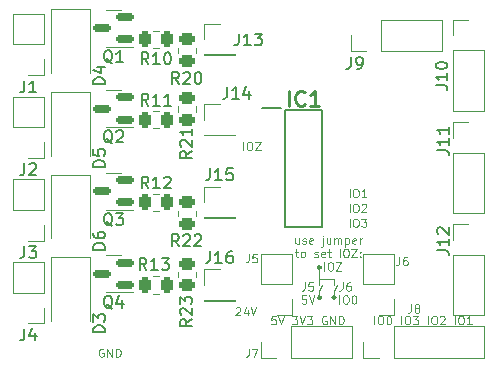
<source format=gto>
G04 #@! TF.GenerationSoftware,KiCad,Pcbnew,(6.0.2)*
G04 #@! TF.CreationDate,2022-07-27T14:51:58+02:00*
G04 #@! TF.ProjectId,Multiplex_MOSFET,4d756c74-6970-46c6-9578-5f4d4f534645,rev?*
G04 #@! TF.SameCoordinates,Original*
G04 #@! TF.FileFunction,Legend,Top*
G04 #@! TF.FilePolarity,Positive*
%FSLAX46Y46*%
G04 Gerber Fmt 4.6, Leading zero omitted, Abs format (unit mm)*
G04 Created by KiCad (PCBNEW (6.0.2)) date 2022-07-27 14:51:58*
%MOMM*%
%LPD*%
G01*
G04 APERTURE LIST*
G04 Aperture macros list*
%AMRoundRect*
0 Rectangle with rounded corners*
0 $1 Rounding radius*
0 $2 $3 $4 $5 $6 $7 $8 $9 X,Y pos of 4 corners*
0 Add a 4 corners polygon primitive as box body*
4,1,4,$2,$3,$4,$5,$6,$7,$8,$9,$2,$3,0*
0 Add four circle primitives for the rounded corners*
1,1,$1+$1,$2,$3*
1,1,$1+$1,$4,$5*
1,1,$1+$1,$6,$7*
1,1,$1+$1,$8,$9*
0 Add four rect primitives between the rounded corners*
20,1,$1+$1,$2,$3,$4,$5,0*
20,1,$1+$1,$4,$5,$6,$7,0*
20,1,$1+$1,$6,$7,$8,$9,0*
20,1,$1+$1,$8,$9,$2,$3,0*%
G04 Aperture macros list end*
%ADD10C,0.100000*%
%ADD11C,0.230278*%
%ADD12C,0.150000*%
%ADD13C,0.254000*%
%ADD14C,0.120000*%
%ADD15C,0.200000*%
%ADD16RoundRect,0.250000X-0.450000X0.262500X-0.450000X-0.262500X0.450000X-0.262500X0.450000X0.262500X0*%
%ADD17RoundRect,0.250000X0.450000X-0.262500X0.450000X0.262500X-0.450000X0.262500X-0.450000X-0.262500X0*%
%ADD18RoundRect,0.250000X0.262500X0.450000X-0.262500X0.450000X-0.262500X-0.450000X0.262500X-0.450000X0*%
%ADD19RoundRect,0.250000X-0.262500X-0.450000X0.262500X-0.450000X0.262500X0.450000X-0.262500X0.450000X0*%
%ADD20RoundRect,0.150000X0.587500X0.150000X-0.587500X0.150000X-0.587500X-0.150000X0.587500X-0.150000X0*%
%ADD21C,3.800000*%
%ADD22R,1.700000X1.700000*%
%ADD23O,1.700000X1.700000*%
%ADD24R,1.550000X0.700000*%
%ADD25R,1.800000X2.500000*%
G04 APERTURE END LIST*
D10*
X73466666Y-114016666D02*
X73466666Y-114516666D01*
X73433333Y-114616666D01*
X73366666Y-114683333D01*
X73266666Y-114716666D01*
X73200000Y-114716666D01*
X74100000Y-114016666D02*
X73966666Y-114016666D01*
X73900000Y-114050000D01*
X73866666Y-114083333D01*
X73800000Y-114183333D01*
X73766666Y-114316666D01*
X73766666Y-114583333D01*
X73800000Y-114650000D01*
X73833333Y-114683333D01*
X73900000Y-114716666D01*
X74033333Y-114716666D01*
X74100000Y-114683333D01*
X74133333Y-114650000D01*
X74166666Y-114583333D01*
X74166666Y-114416666D01*
X74133333Y-114350000D01*
X74100000Y-114316666D01*
X74033333Y-114283333D01*
X73900000Y-114283333D01*
X73833333Y-114316666D01*
X73800000Y-114350000D01*
X73766666Y-114416666D01*
X70266666Y-114016666D02*
X70266666Y-114516666D01*
X70233333Y-114616666D01*
X70166666Y-114683333D01*
X70066666Y-114716666D01*
X70000000Y-114716666D01*
X70933333Y-114016666D02*
X70600000Y-114016666D01*
X70566666Y-114350000D01*
X70600000Y-114316666D01*
X70666666Y-114283333D01*
X70833333Y-114283333D01*
X70900000Y-114316666D01*
X70933333Y-114350000D01*
X70966666Y-114416666D01*
X70966666Y-114583333D01*
X70933333Y-114650000D01*
X70900000Y-114683333D01*
X70833333Y-114716666D01*
X70666666Y-114716666D01*
X70600000Y-114683333D01*
X70566666Y-114650000D01*
X71900000Y-113016666D02*
X71900000Y-112316666D01*
X72366666Y-112316666D02*
X72500000Y-112316666D01*
X72566666Y-112350000D01*
X72633333Y-112416666D01*
X72666666Y-112550000D01*
X72666666Y-112783333D01*
X72633333Y-112916666D01*
X72566666Y-112983333D01*
X72500000Y-113016666D01*
X72366666Y-113016666D01*
X72300000Y-112983333D01*
X72233333Y-112916666D01*
X72200000Y-112783333D01*
X72200000Y-112550000D01*
X72233333Y-112416666D01*
X72300000Y-112350000D01*
X72366666Y-112316666D01*
X72900000Y-112316666D02*
X73366666Y-112316666D01*
X72900000Y-113016666D01*
X73366666Y-113016666D01*
X70366666Y-115116666D02*
X70033333Y-115116666D01*
X70000000Y-115450000D01*
X70033333Y-115416666D01*
X70100000Y-115383333D01*
X70266666Y-115383333D01*
X70333333Y-115416666D01*
X70366666Y-115450000D01*
X70400000Y-115516666D01*
X70400000Y-115683333D01*
X70366666Y-115750000D01*
X70333333Y-115783333D01*
X70266666Y-115816666D01*
X70100000Y-115816666D01*
X70033333Y-115783333D01*
X70000000Y-115750000D01*
X70600000Y-115116666D02*
X70833333Y-115816666D01*
X71066666Y-115116666D01*
X73200000Y-115816666D02*
X73200000Y-115116666D01*
X73666666Y-115116666D02*
X73800000Y-115116666D01*
X73866666Y-115150000D01*
X73933333Y-115216666D01*
X73966666Y-115350000D01*
X73966666Y-115583333D01*
X73933333Y-115716666D01*
X73866666Y-115783333D01*
X73800000Y-115816666D01*
X73666666Y-115816666D01*
X73600000Y-115783333D01*
X73533333Y-115716666D01*
X73500000Y-115583333D01*
X73500000Y-115350000D01*
X73533333Y-115216666D01*
X73600000Y-115150000D01*
X73666666Y-115116666D01*
X74400000Y-115116666D02*
X74466666Y-115116666D01*
X74533333Y-115150000D01*
X74566666Y-115183333D01*
X74600000Y-115250000D01*
X74633333Y-115383333D01*
X74633333Y-115550000D01*
X74600000Y-115683333D01*
X74566666Y-115750000D01*
X74533333Y-115783333D01*
X74466666Y-115816666D01*
X74400000Y-115816666D01*
X74333333Y-115783333D01*
X74300000Y-115750000D01*
X74266666Y-115683333D01*
X74233333Y-115550000D01*
X74233333Y-115383333D01*
X74266666Y-115250000D01*
X74300000Y-115183333D01*
X74333333Y-115150000D01*
X74400000Y-115116666D01*
D11*
X71615139Y-112750000D02*
G75*
G03*
X71615139Y-112750000I-115139J0D01*
G01*
X71615139Y-115300000D02*
G75*
G03*
X71615139Y-115300000I-115139J0D01*
G01*
X72865139Y-115300000D02*
G75*
G03*
X72865139Y-115300000I-115139J0D01*
G01*
D10*
X71500000Y-115300000D02*
X71500000Y-114750000D01*
X71500000Y-114750000D02*
X71750000Y-114250000D01*
X72750000Y-114750000D02*
X73000000Y-114250000D01*
X71500000Y-113750000D02*
X71500000Y-112750000D01*
X71500000Y-113750000D02*
X71500000Y-114250000D01*
X72750000Y-113750000D02*
X71500000Y-113750000D01*
X72750000Y-114250000D02*
X72750000Y-113750000D01*
X72750000Y-115300000D02*
X72750000Y-114750000D01*
X65050000Y-102816666D02*
X65050000Y-102116666D01*
X65516666Y-102116666D02*
X65650000Y-102116666D01*
X65716666Y-102150000D01*
X65783333Y-102216666D01*
X65816666Y-102350000D01*
X65816666Y-102583333D01*
X65783333Y-102716666D01*
X65716666Y-102783333D01*
X65650000Y-102816666D01*
X65516666Y-102816666D01*
X65450000Y-102783333D01*
X65383333Y-102716666D01*
X65350000Y-102583333D01*
X65350000Y-102350000D01*
X65383333Y-102216666D01*
X65450000Y-102150000D01*
X65516666Y-102116666D01*
X66050000Y-102116666D02*
X66516666Y-102116666D01*
X66050000Y-102816666D01*
X66516666Y-102816666D01*
X69766666Y-110286500D02*
X69766666Y-110753166D01*
X69466666Y-110286500D02*
X69466666Y-110653166D01*
X69500000Y-110719833D01*
X69566666Y-110753166D01*
X69666666Y-110753166D01*
X69733333Y-110719833D01*
X69766666Y-110686500D01*
X70066666Y-110719833D02*
X70133333Y-110753166D01*
X70266666Y-110753166D01*
X70333333Y-110719833D01*
X70366666Y-110653166D01*
X70366666Y-110619833D01*
X70333333Y-110553166D01*
X70266666Y-110519833D01*
X70166666Y-110519833D01*
X70100000Y-110486500D01*
X70066666Y-110419833D01*
X70066666Y-110386500D01*
X70100000Y-110319833D01*
X70166666Y-110286500D01*
X70266666Y-110286500D01*
X70333333Y-110319833D01*
X70933333Y-110719833D02*
X70866666Y-110753166D01*
X70733333Y-110753166D01*
X70666666Y-110719833D01*
X70633333Y-110653166D01*
X70633333Y-110386500D01*
X70666666Y-110319833D01*
X70733333Y-110286500D01*
X70866666Y-110286500D01*
X70933333Y-110319833D01*
X70966666Y-110386500D01*
X70966666Y-110453166D01*
X70633333Y-110519833D01*
X71800000Y-110286500D02*
X71800000Y-110886500D01*
X71766666Y-110953166D01*
X71700000Y-110986500D01*
X71666666Y-110986500D01*
X71800000Y-110053166D02*
X71766666Y-110086500D01*
X71800000Y-110119833D01*
X71833333Y-110086500D01*
X71800000Y-110053166D01*
X71800000Y-110119833D01*
X72433333Y-110286500D02*
X72433333Y-110753166D01*
X72133333Y-110286500D02*
X72133333Y-110653166D01*
X72166666Y-110719833D01*
X72233333Y-110753166D01*
X72333333Y-110753166D01*
X72400000Y-110719833D01*
X72433333Y-110686500D01*
X72766666Y-110753166D02*
X72766666Y-110286500D01*
X72766666Y-110353166D02*
X72800000Y-110319833D01*
X72866666Y-110286500D01*
X72966666Y-110286500D01*
X73033333Y-110319833D01*
X73066666Y-110386500D01*
X73066666Y-110753166D01*
X73066666Y-110386500D02*
X73100000Y-110319833D01*
X73166666Y-110286500D01*
X73266666Y-110286500D01*
X73333333Y-110319833D01*
X73366666Y-110386500D01*
X73366666Y-110753166D01*
X73700000Y-110286500D02*
X73700000Y-110986500D01*
X73700000Y-110319833D02*
X73766666Y-110286500D01*
X73900000Y-110286500D01*
X73966666Y-110319833D01*
X74000000Y-110353166D01*
X74033333Y-110419833D01*
X74033333Y-110619833D01*
X74000000Y-110686500D01*
X73966666Y-110719833D01*
X73900000Y-110753166D01*
X73766666Y-110753166D01*
X73700000Y-110719833D01*
X74600000Y-110719833D02*
X74533333Y-110753166D01*
X74400000Y-110753166D01*
X74333333Y-110719833D01*
X74300000Y-110653166D01*
X74300000Y-110386500D01*
X74333333Y-110319833D01*
X74400000Y-110286500D01*
X74533333Y-110286500D01*
X74600000Y-110319833D01*
X74633333Y-110386500D01*
X74633333Y-110453166D01*
X74300000Y-110519833D01*
X74933333Y-110753166D02*
X74933333Y-110286500D01*
X74933333Y-110419833D02*
X74966666Y-110353166D01*
X75000000Y-110319833D01*
X75066666Y-110286500D01*
X75133333Y-110286500D01*
X69450000Y-111413500D02*
X69716666Y-111413500D01*
X69550000Y-111180166D02*
X69550000Y-111780166D01*
X69583333Y-111846833D01*
X69650000Y-111880166D01*
X69716666Y-111880166D01*
X70050000Y-111880166D02*
X69983333Y-111846833D01*
X69950000Y-111813500D01*
X69916666Y-111746833D01*
X69916666Y-111546833D01*
X69950000Y-111480166D01*
X69983333Y-111446833D01*
X70050000Y-111413500D01*
X70150000Y-111413500D01*
X70216666Y-111446833D01*
X70250000Y-111480166D01*
X70283333Y-111546833D01*
X70283333Y-111746833D01*
X70250000Y-111813500D01*
X70216666Y-111846833D01*
X70150000Y-111880166D01*
X70050000Y-111880166D01*
X71083333Y-111846833D02*
X71150000Y-111880166D01*
X71283333Y-111880166D01*
X71350000Y-111846833D01*
X71383333Y-111780166D01*
X71383333Y-111746833D01*
X71350000Y-111680166D01*
X71283333Y-111646833D01*
X71183333Y-111646833D01*
X71116666Y-111613500D01*
X71083333Y-111546833D01*
X71083333Y-111513500D01*
X71116666Y-111446833D01*
X71183333Y-111413500D01*
X71283333Y-111413500D01*
X71350000Y-111446833D01*
X71950000Y-111846833D02*
X71883333Y-111880166D01*
X71750000Y-111880166D01*
X71683333Y-111846833D01*
X71650000Y-111780166D01*
X71650000Y-111513500D01*
X71683333Y-111446833D01*
X71750000Y-111413500D01*
X71883333Y-111413500D01*
X71950000Y-111446833D01*
X71983333Y-111513500D01*
X71983333Y-111580166D01*
X71650000Y-111646833D01*
X72183333Y-111413500D02*
X72450000Y-111413500D01*
X72283333Y-111180166D02*
X72283333Y-111780166D01*
X72316666Y-111846833D01*
X72383333Y-111880166D01*
X72450000Y-111880166D01*
X73216666Y-111880166D02*
X73216666Y-111180166D01*
X73683333Y-111180166D02*
X73816666Y-111180166D01*
X73883333Y-111213500D01*
X73950000Y-111280166D01*
X73983333Y-111413500D01*
X73983333Y-111646833D01*
X73950000Y-111780166D01*
X73883333Y-111846833D01*
X73816666Y-111880166D01*
X73683333Y-111880166D01*
X73616666Y-111846833D01*
X73550000Y-111780166D01*
X73516666Y-111646833D01*
X73516666Y-111413500D01*
X73550000Y-111280166D01*
X73616666Y-111213500D01*
X73683333Y-111180166D01*
X74216666Y-111180166D02*
X74683333Y-111180166D01*
X74216666Y-111880166D01*
X74683333Y-111880166D01*
X74950000Y-111813500D02*
X74983333Y-111846833D01*
X74950000Y-111880166D01*
X74916666Y-111846833D01*
X74950000Y-111813500D01*
X74950000Y-111880166D01*
X74950000Y-111446833D02*
X74983333Y-111480166D01*
X74950000Y-111513500D01*
X74916666Y-111480166D01*
X74950000Y-111446833D01*
X74950000Y-111513500D01*
X74050000Y-106816666D02*
X74050000Y-106116666D01*
X74516666Y-106116666D02*
X74650000Y-106116666D01*
X74716666Y-106150000D01*
X74783333Y-106216666D01*
X74816666Y-106350000D01*
X74816666Y-106583333D01*
X74783333Y-106716666D01*
X74716666Y-106783333D01*
X74650000Y-106816666D01*
X74516666Y-106816666D01*
X74450000Y-106783333D01*
X74383333Y-106716666D01*
X74350000Y-106583333D01*
X74350000Y-106350000D01*
X74383333Y-106216666D01*
X74450000Y-106150000D01*
X74516666Y-106116666D01*
X75483333Y-106816666D02*
X75083333Y-106816666D01*
X75283333Y-106816666D02*
X75283333Y-106116666D01*
X75216666Y-106216666D01*
X75150000Y-106283333D01*
X75083333Y-106316666D01*
X74050000Y-108066666D02*
X74050000Y-107366666D01*
X74516666Y-107366666D02*
X74650000Y-107366666D01*
X74716666Y-107400000D01*
X74783333Y-107466666D01*
X74816666Y-107600000D01*
X74816666Y-107833333D01*
X74783333Y-107966666D01*
X74716666Y-108033333D01*
X74650000Y-108066666D01*
X74516666Y-108066666D01*
X74450000Y-108033333D01*
X74383333Y-107966666D01*
X74350000Y-107833333D01*
X74350000Y-107600000D01*
X74383333Y-107466666D01*
X74450000Y-107400000D01*
X74516666Y-107366666D01*
X75083333Y-107433333D02*
X75116666Y-107400000D01*
X75183333Y-107366666D01*
X75350000Y-107366666D01*
X75416666Y-107400000D01*
X75450000Y-107433333D01*
X75483333Y-107500000D01*
X75483333Y-107566666D01*
X75450000Y-107666666D01*
X75050000Y-108066666D01*
X75483333Y-108066666D01*
X74050000Y-109316666D02*
X74050000Y-108616666D01*
X74516666Y-108616666D02*
X74650000Y-108616666D01*
X74716666Y-108650000D01*
X74783333Y-108716666D01*
X74816666Y-108850000D01*
X74816666Y-109083333D01*
X74783333Y-109216666D01*
X74716666Y-109283333D01*
X74650000Y-109316666D01*
X74516666Y-109316666D01*
X74450000Y-109283333D01*
X74383333Y-109216666D01*
X74350000Y-109083333D01*
X74350000Y-108850000D01*
X74383333Y-108716666D01*
X74450000Y-108650000D01*
X74516666Y-108616666D01*
X75050000Y-108616666D02*
X75483333Y-108616666D01*
X75250000Y-108883333D01*
X75350000Y-108883333D01*
X75416666Y-108916666D01*
X75450000Y-108950000D01*
X75483333Y-109016666D01*
X75483333Y-109183333D01*
X75450000Y-109250000D01*
X75416666Y-109283333D01*
X75350000Y-109316666D01*
X75150000Y-109316666D01*
X75083333Y-109283333D01*
X75050000Y-109250000D01*
X76150000Y-117566666D02*
X76150000Y-116866666D01*
X76616666Y-116866666D02*
X76750000Y-116866666D01*
X76816666Y-116900000D01*
X76883333Y-116966666D01*
X76916666Y-117100000D01*
X76916666Y-117333333D01*
X76883333Y-117466666D01*
X76816666Y-117533333D01*
X76750000Y-117566666D01*
X76616666Y-117566666D01*
X76550000Y-117533333D01*
X76483333Y-117466666D01*
X76450000Y-117333333D01*
X76450000Y-117100000D01*
X76483333Y-116966666D01*
X76550000Y-116900000D01*
X76616666Y-116866666D01*
X77350000Y-116866666D02*
X77416666Y-116866666D01*
X77483333Y-116900000D01*
X77516666Y-116933333D01*
X77550000Y-117000000D01*
X77583333Y-117133333D01*
X77583333Y-117300000D01*
X77550000Y-117433333D01*
X77516666Y-117500000D01*
X77483333Y-117533333D01*
X77416666Y-117566666D01*
X77350000Y-117566666D01*
X77283333Y-117533333D01*
X77250000Y-117500000D01*
X77216666Y-117433333D01*
X77183333Y-117300000D01*
X77183333Y-117133333D01*
X77216666Y-117000000D01*
X77250000Y-116933333D01*
X77283333Y-116900000D01*
X77350000Y-116866666D01*
X78416666Y-117566666D02*
X78416666Y-116866666D01*
X78883333Y-116866666D02*
X79016666Y-116866666D01*
X79083333Y-116900000D01*
X79150000Y-116966666D01*
X79183333Y-117100000D01*
X79183333Y-117333333D01*
X79150000Y-117466666D01*
X79083333Y-117533333D01*
X79016666Y-117566666D01*
X78883333Y-117566666D01*
X78816666Y-117533333D01*
X78750000Y-117466666D01*
X78716666Y-117333333D01*
X78716666Y-117100000D01*
X78750000Y-116966666D01*
X78816666Y-116900000D01*
X78883333Y-116866666D01*
X79416666Y-116866666D02*
X79850000Y-116866666D01*
X79616666Y-117133333D01*
X79716666Y-117133333D01*
X79783333Y-117166666D01*
X79816666Y-117200000D01*
X79850000Y-117266666D01*
X79850000Y-117433333D01*
X79816666Y-117500000D01*
X79783333Y-117533333D01*
X79716666Y-117566666D01*
X79516666Y-117566666D01*
X79450000Y-117533333D01*
X79416666Y-117500000D01*
X80683333Y-117566666D02*
X80683333Y-116866666D01*
X81150000Y-116866666D02*
X81283333Y-116866666D01*
X81350000Y-116900000D01*
X81416666Y-116966666D01*
X81450000Y-117100000D01*
X81450000Y-117333333D01*
X81416666Y-117466666D01*
X81350000Y-117533333D01*
X81283333Y-117566666D01*
X81150000Y-117566666D01*
X81083333Y-117533333D01*
X81016666Y-117466666D01*
X80983333Y-117333333D01*
X80983333Y-117100000D01*
X81016666Y-116966666D01*
X81083333Y-116900000D01*
X81150000Y-116866666D01*
X81716666Y-116933333D02*
X81750000Y-116900000D01*
X81816666Y-116866666D01*
X81983333Y-116866666D01*
X82050000Y-116900000D01*
X82083333Y-116933333D01*
X82116666Y-117000000D01*
X82116666Y-117066666D01*
X82083333Y-117166666D01*
X81683333Y-117566666D01*
X82116666Y-117566666D01*
X82950000Y-117566666D02*
X82950000Y-116866666D01*
X83416666Y-116866666D02*
X83550000Y-116866666D01*
X83616666Y-116900000D01*
X83683333Y-116966666D01*
X83716666Y-117100000D01*
X83716666Y-117333333D01*
X83683333Y-117466666D01*
X83616666Y-117533333D01*
X83550000Y-117566666D01*
X83416666Y-117566666D01*
X83350000Y-117533333D01*
X83283333Y-117466666D01*
X83250000Y-117333333D01*
X83250000Y-117100000D01*
X83283333Y-116966666D01*
X83350000Y-116900000D01*
X83416666Y-116866666D01*
X84383333Y-117566666D02*
X83983333Y-117566666D01*
X84183333Y-117566666D02*
X84183333Y-116866666D01*
X84116666Y-116966666D01*
X84050000Y-117033333D01*
X83983333Y-117066666D01*
X67800000Y-116866666D02*
X67466666Y-116866666D01*
X67433333Y-117200000D01*
X67466666Y-117166666D01*
X67533333Y-117133333D01*
X67700000Y-117133333D01*
X67766666Y-117166666D01*
X67800000Y-117200000D01*
X67833333Y-117266666D01*
X67833333Y-117433333D01*
X67800000Y-117500000D01*
X67766666Y-117533333D01*
X67700000Y-117566666D01*
X67533333Y-117566666D01*
X67466666Y-117533333D01*
X67433333Y-117500000D01*
X68033333Y-116866666D02*
X68266666Y-117566666D01*
X68500000Y-116866666D01*
X69200000Y-116866666D02*
X69633333Y-116866666D01*
X69400000Y-117133333D01*
X69500000Y-117133333D01*
X69566666Y-117166666D01*
X69600000Y-117200000D01*
X69633333Y-117266666D01*
X69633333Y-117433333D01*
X69600000Y-117500000D01*
X69566666Y-117533333D01*
X69500000Y-117566666D01*
X69300000Y-117566666D01*
X69233333Y-117533333D01*
X69200000Y-117500000D01*
X69833333Y-116866666D02*
X70066666Y-117566666D01*
X70300000Y-116866666D01*
X70466666Y-116866666D02*
X70900000Y-116866666D01*
X70666666Y-117133333D01*
X70766666Y-117133333D01*
X70833333Y-117166666D01*
X70866666Y-117200000D01*
X70900000Y-117266666D01*
X70900000Y-117433333D01*
X70866666Y-117500000D01*
X70833333Y-117533333D01*
X70766666Y-117566666D01*
X70566666Y-117566666D01*
X70500000Y-117533333D01*
X70466666Y-117500000D01*
X72100000Y-116900000D02*
X72033333Y-116866666D01*
X71933333Y-116866666D01*
X71833333Y-116900000D01*
X71766666Y-116966666D01*
X71733333Y-117033333D01*
X71700000Y-117166666D01*
X71700000Y-117266666D01*
X71733333Y-117400000D01*
X71766666Y-117466666D01*
X71833333Y-117533333D01*
X71933333Y-117566666D01*
X72000000Y-117566666D01*
X72100000Y-117533333D01*
X72133333Y-117500000D01*
X72133333Y-117266666D01*
X72000000Y-117266666D01*
X72433333Y-117566666D02*
X72433333Y-116866666D01*
X72833333Y-117566666D01*
X72833333Y-116866666D01*
X73166666Y-117566666D02*
X73166666Y-116866666D01*
X73333333Y-116866666D01*
X73433333Y-116900000D01*
X73500000Y-116966666D01*
X73533333Y-117033333D01*
X73566666Y-117166666D01*
X73566666Y-117266666D01*
X73533333Y-117400000D01*
X73500000Y-117466666D01*
X73433333Y-117533333D01*
X73333333Y-117566666D01*
X73166666Y-117566666D01*
X64416666Y-116183333D02*
X64450000Y-116150000D01*
X64516666Y-116116666D01*
X64683333Y-116116666D01*
X64750000Y-116150000D01*
X64783333Y-116183333D01*
X64816666Y-116250000D01*
X64816666Y-116316666D01*
X64783333Y-116416666D01*
X64383333Y-116816666D01*
X64816666Y-116816666D01*
X65416666Y-116350000D02*
X65416666Y-116816666D01*
X65250000Y-116083333D02*
X65083333Y-116583333D01*
X65516666Y-116583333D01*
X65683333Y-116116666D02*
X65916666Y-116816666D01*
X66150000Y-116116666D01*
X53216666Y-119650000D02*
X53150000Y-119616666D01*
X53050000Y-119616666D01*
X52950000Y-119650000D01*
X52883333Y-119716666D01*
X52850000Y-119783333D01*
X52816666Y-119916666D01*
X52816666Y-120016666D01*
X52850000Y-120150000D01*
X52883333Y-120216666D01*
X52950000Y-120283333D01*
X53050000Y-120316666D01*
X53116666Y-120316666D01*
X53216666Y-120283333D01*
X53250000Y-120250000D01*
X53250000Y-120016666D01*
X53116666Y-120016666D01*
X53550000Y-120316666D02*
X53550000Y-119616666D01*
X53950000Y-120316666D01*
X53950000Y-119616666D01*
X54283333Y-120316666D02*
X54283333Y-119616666D01*
X54450000Y-119616666D01*
X54550000Y-119650000D01*
X54616666Y-119716666D01*
X54650000Y-119783333D01*
X54683333Y-119916666D01*
X54683333Y-120016666D01*
X54650000Y-120150000D01*
X54616666Y-120216666D01*
X54550000Y-120283333D01*
X54450000Y-120316666D01*
X54283333Y-120316666D01*
D12*
X60702380Y-117142857D02*
X60226190Y-117476190D01*
X60702380Y-117714285D02*
X59702380Y-117714285D01*
X59702380Y-117333333D01*
X59750000Y-117238095D01*
X59797619Y-117190476D01*
X59892857Y-117142857D01*
X60035714Y-117142857D01*
X60130952Y-117190476D01*
X60178571Y-117238095D01*
X60226190Y-117333333D01*
X60226190Y-117714285D01*
X59797619Y-116761904D02*
X59750000Y-116714285D01*
X59702380Y-116619047D01*
X59702380Y-116380952D01*
X59750000Y-116285714D01*
X59797619Y-116238095D01*
X59892857Y-116190476D01*
X59988095Y-116190476D01*
X60130952Y-116238095D01*
X60702380Y-116809523D01*
X60702380Y-116190476D01*
X59702380Y-115857142D02*
X59702380Y-115238095D01*
X60083333Y-115571428D01*
X60083333Y-115428571D01*
X60130952Y-115333333D01*
X60178571Y-115285714D01*
X60273809Y-115238095D01*
X60511904Y-115238095D01*
X60607142Y-115285714D01*
X60654761Y-115333333D01*
X60702380Y-115428571D01*
X60702380Y-115714285D01*
X60654761Y-115809523D01*
X60607142Y-115857142D01*
X59607142Y-110952380D02*
X59273809Y-110476190D01*
X59035714Y-110952380D02*
X59035714Y-109952380D01*
X59416666Y-109952380D01*
X59511904Y-110000000D01*
X59559523Y-110047619D01*
X59607142Y-110142857D01*
X59607142Y-110285714D01*
X59559523Y-110380952D01*
X59511904Y-110428571D01*
X59416666Y-110476190D01*
X59035714Y-110476190D01*
X59988095Y-110047619D02*
X60035714Y-110000000D01*
X60130952Y-109952380D01*
X60369047Y-109952380D01*
X60464285Y-110000000D01*
X60511904Y-110047619D01*
X60559523Y-110142857D01*
X60559523Y-110238095D01*
X60511904Y-110380952D01*
X59940476Y-110952380D01*
X60559523Y-110952380D01*
X60940476Y-110047619D02*
X60988095Y-110000000D01*
X61083333Y-109952380D01*
X61321428Y-109952380D01*
X61416666Y-110000000D01*
X61464285Y-110047619D01*
X61511904Y-110142857D01*
X61511904Y-110238095D01*
X61464285Y-110380952D01*
X60892857Y-110952380D01*
X61511904Y-110952380D01*
X60702380Y-102892857D02*
X60226190Y-103226190D01*
X60702380Y-103464285D02*
X59702380Y-103464285D01*
X59702380Y-103083333D01*
X59750000Y-102988095D01*
X59797619Y-102940476D01*
X59892857Y-102892857D01*
X60035714Y-102892857D01*
X60130952Y-102940476D01*
X60178571Y-102988095D01*
X60226190Y-103083333D01*
X60226190Y-103464285D01*
X59797619Y-102511904D02*
X59750000Y-102464285D01*
X59702380Y-102369047D01*
X59702380Y-102130952D01*
X59750000Y-102035714D01*
X59797619Y-101988095D01*
X59892857Y-101940476D01*
X59988095Y-101940476D01*
X60130952Y-101988095D01*
X60702380Y-102559523D01*
X60702380Y-101940476D01*
X60702380Y-100988095D02*
X60702380Y-101559523D01*
X60702380Y-101273809D02*
X59702380Y-101273809D01*
X59845238Y-101369047D01*
X59940476Y-101464285D01*
X59988095Y-101559523D01*
X59607142Y-97202380D02*
X59273809Y-96726190D01*
X59035714Y-97202380D02*
X59035714Y-96202380D01*
X59416666Y-96202380D01*
X59511904Y-96250000D01*
X59559523Y-96297619D01*
X59607142Y-96392857D01*
X59607142Y-96535714D01*
X59559523Y-96630952D01*
X59511904Y-96678571D01*
X59416666Y-96726190D01*
X59035714Y-96726190D01*
X59988095Y-96297619D02*
X60035714Y-96250000D01*
X60130952Y-96202380D01*
X60369047Y-96202380D01*
X60464285Y-96250000D01*
X60511904Y-96297619D01*
X60559523Y-96392857D01*
X60559523Y-96488095D01*
X60511904Y-96630952D01*
X59940476Y-97202380D01*
X60559523Y-97202380D01*
X61178571Y-96202380D02*
X61273809Y-96202380D01*
X61369047Y-96250000D01*
X61416666Y-96297619D01*
X61464285Y-96392857D01*
X61511904Y-96583333D01*
X61511904Y-96821428D01*
X61464285Y-97011904D01*
X61416666Y-97107142D01*
X61369047Y-97154761D01*
X61273809Y-97202380D01*
X61178571Y-97202380D01*
X61083333Y-97154761D01*
X61035714Y-97107142D01*
X60988095Y-97011904D01*
X60940476Y-96821428D01*
X60940476Y-96583333D01*
X60988095Y-96392857D01*
X61035714Y-96297619D01*
X61083333Y-96250000D01*
X61178571Y-96202380D01*
X56857142Y-112952380D02*
X56523809Y-112476190D01*
X56285714Y-112952380D02*
X56285714Y-111952380D01*
X56666666Y-111952380D01*
X56761904Y-112000000D01*
X56809523Y-112047619D01*
X56857142Y-112142857D01*
X56857142Y-112285714D01*
X56809523Y-112380952D01*
X56761904Y-112428571D01*
X56666666Y-112476190D01*
X56285714Y-112476190D01*
X57809523Y-112952380D02*
X57238095Y-112952380D01*
X57523809Y-112952380D02*
X57523809Y-111952380D01*
X57428571Y-112095238D01*
X57333333Y-112190476D01*
X57238095Y-112238095D01*
X58142857Y-111952380D02*
X58761904Y-111952380D01*
X58428571Y-112333333D01*
X58571428Y-112333333D01*
X58666666Y-112380952D01*
X58714285Y-112428571D01*
X58761904Y-112523809D01*
X58761904Y-112761904D01*
X58714285Y-112857142D01*
X58666666Y-112904761D01*
X58571428Y-112952380D01*
X58285714Y-112952380D01*
X58190476Y-112904761D01*
X58142857Y-112857142D01*
X57027142Y-106052380D02*
X56693809Y-105576190D01*
X56455714Y-106052380D02*
X56455714Y-105052380D01*
X56836666Y-105052380D01*
X56931904Y-105100000D01*
X56979523Y-105147619D01*
X57027142Y-105242857D01*
X57027142Y-105385714D01*
X56979523Y-105480952D01*
X56931904Y-105528571D01*
X56836666Y-105576190D01*
X56455714Y-105576190D01*
X57979523Y-106052380D02*
X57408095Y-106052380D01*
X57693809Y-106052380D02*
X57693809Y-105052380D01*
X57598571Y-105195238D01*
X57503333Y-105290476D01*
X57408095Y-105338095D01*
X58360476Y-105147619D02*
X58408095Y-105100000D01*
X58503333Y-105052380D01*
X58741428Y-105052380D01*
X58836666Y-105100000D01*
X58884285Y-105147619D01*
X58931904Y-105242857D01*
X58931904Y-105338095D01*
X58884285Y-105480952D01*
X58312857Y-106052380D01*
X58931904Y-106052380D01*
X57027142Y-99052380D02*
X56693809Y-98576190D01*
X56455714Y-99052380D02*
X56455714Y-98052380D01*
X56836666Y-98052380D01*
X56931904Y-98100000D01*
X56979523Y-98147619D01*
X57027142Y-98242857D01*
X57027142Y-98385714D01*
X56979523Y-98480952D01*
X56931904Y-98528571D01*
X56836666Y-98576190D01*
X56455714Y-98576190D01*
X57979523Y-99052380D02*
X57408095Y-99052380D01*
X57693809Y-99052380D02*
X57693809Y-98052380D01*
X57598571Y-98195238D01*
X57503333Y-98290476D01*
X57408095Y-98338095D01*
X58931904Y-99052380D02*
X58360476Y-99052380D01*
X58646190Y-99052380D02*
X58646190Y-98052380D01*
X58550952Y-98195238D01*
X58455714Y-98290476D01*
X58360476Y-98338095D01*
X57027142Y-95552380D02*
X56693809Y-95076190D01*
X56455714Y-95552380D02*
X56455714Y-94552380D01*
X56836666Y-94552380D01*
X56931904Y-94600000D01*
X56979523Y-94647619D01*
X57027142Y-94742857D01*
X57027142Y-94885714D01*
X56979523Y-94980952D01*
X56931904Y-95028571D01*
X56836666Y-95076190D01*
X56455714Y-95076190D01*
X57979523Y-95552380D02*
X57408095Y-95552380D01*
X57693809Y-95552380D02*
X57693809Y-94552380D01*
X57598571Y-94695238D01*
X57503333Y-94790476D01*
X57408095Y-94838095D01*
X58598571Y-94552380D02*
X58693809Y-94552380D01*
X58789047Y-94600000D01*
X58836666Y-94647619D01*
X58884285Y-94742857D01*
X58931904Y-94933333D01*
X58931904Y-95171428D01*
X58884285Y-95361904D01*
X58836666Y-95457142D01*
X58789047Y-95504761D01*
X58693809Y-95552380D01*
X58598571Y-95552380D01*
X58503333Y-95504761D01*
X58455714Y-95457142D01*
X58408095Y-95361904D01*
X58360476Y-95171428D01*
X58360476Y-94933333D01*
X58408095Y-94742857D01*
X58455714Y-94647619D01*
X58503333Y-94600000D01*
X58598571Y-94552380D01*
X53974761Y-116247619D02*
X53879523Y-116200000D01*
X53784285Y-116104761D01*
X53641428Y-115961904D01*
X53546190Y-115914285D01*
X53450952Y-115914285D01*
X53498571Y-116152380D02*
X53403333Y-116104761D01*
X53308095Y-116009523D01*
X53260476Y-115819047D01*
X53260476Y-115485714D01*
X53308095Y-115295238D01*
X53403333Y-115200000D01*
X53498571Y-115152380D01*
X53689047Y-115152380D01*
X53784285Y-115200000D01*
X53879523Y-115295238D01*
X53927142Y-115485714D01*
X53927142Y-115819047D01*
X53879523Y-116009523D01*
X53784285Y-116104761D01*
X53689047Y-116152380D01*
X53498571Y-116152380D01*
X54784285Y-115485714D02*
X54784285Y-116152380D01*
X54546190Y-115104761D02*
X54308095Y-115819047D01*
X54927142Y-115819047D01*
X53974761Y-109247619D02*
X53879523Y-109200000D01*
X53784285Y-109104761D01*
X53641428Y-108961904D01*
X53546190Y-108914285D01*
X53450952Y-108914285D01*
X53498571Y-109152380D02*
X53403333Y-109104761D01*
X53308095Y-109009523D01*
X53260476Y-108819047D01*
X53260476Y-108485714D01*
X53308095Y-108295238D01*
X53403333Y-108200000D01*
X53498571Y-108152380D01*
X53689047Y-108152380D01*
X53784285Y-108200000D01*
X53879523Y-108295238D01*
X53927142Y-108485714D01*
X53927142Y-108819047D01*
X53879523Y-109009523D01*
X53784285Y-109104761D01*
X53689047Y-109152380D01*
X53498571Y-109152380D01*
X54260476Y-108152380D02*
X54879523Y-108152380D01*
X54546190Y-108533333D01*
X54689047Y-108533333D01*
X54784285Y-108580952D01*
X54831904Y-108628571D01*
X54879523Y-108723809D01*
X54879523Y-108961904D01*
X54831904Y-109057142D01*
X54784285Y-109104761D01*
X54689047Y-109152380D01*
X54403333Y-109152380D01*
X54308095Y-109104761D01*
X54260476Y-109057142D01*
X53974761Y-102247619D02*
X53879523Y-102200000D01*
X53784285Y-102104761D01*
X53641428Y-101961904D01*
X53546190Y-101914285D01*
X53450952Y-101914285D01*
X53498571Y-102152380D02*
X53403333Y-102104761D01*
X53308095Y-102009523D01*
X53260476Y-101819047D01*
X53260476Y-101485714D01*
X53308095Y-101295238D01*
X53403333Y-101200000D01*
X53498571Y-101152380D01*
X53689047Y-101152380D01*
X53784285Y-101200000D01*
X53879523Y-101295238D01*
X53927142Y-101485714D01*
X53927142Y-101819047D01*
X53879523Y-102009523D01*
X53784285Y-102104761D01*
X53689047Y-102152380D01*
X53498571Y-102152380D01*
X54308095Y-101247619D02*
X54355714Y-101200000D01*
X54450952Y-101152380D01*
X54689047Y-101152380D01*
X54784285Y-101200000D01*
X54831904Y-101247619D01*
X54879523Y-101342857D01*
X54879523Y-101438095D01*
X54831904Y-101580952D01*
X54260476Y-102152380D01*
X54879523Y-102152380D01*
X53974761Y-95447619D02*
X53879523Y-95400000D01*
X53784285Y-95304761D01*
X53641428Y-95161904D01*
X53546190Y-95114285D01*
X53450952Y-95114285D01*
X53498571Y-95352380D02*
X53403333Y-95304761D01*
X53308095Y-95209523D01*
X53260476Y-95019047D01*
X53260476Y-94685714D01*
X53308095Y-94495238D01*
X53403333Y-94400000D01*
X53498571Y-94352380D01*
X53689047Y-94352380D01*
X53784285Y-94400000D01*
X53879523Y-94495238D01*
X53927142Y-94685714D01*
X53927142Y-95019047D01*
X53879523Y-95209523D01*
X53784285Y-95304761D01*
X53689047Y-95352380D01*
X53498571Y-95352380D01*
X54879523Y-95352380D02*
X54308095Y-95352380D01*
X54593809Y-95352380D02*
X54593809Y-94352380D01*
X54498571Y-94495238D01*
X54403333Y-94590476D01*
X54308095Y-94638095D01*
X62240476Y-111372380D02*
X62240476Y-112086666D01*
X62192857Y-112229523D01*
X62097619Y-112324761D01*
X61954761Y-112372380D01*
X61859523Y-112372380D01*
X63240476Y-112372380D02*
X62669047Y-112372380D01*
X62954761Y-112372380D02*
X62954761Y-111372380D01*
X62859523Y-111515238D01*
X62764285Y-111610476D01*
X62669047Y-111658095D01*
X64097619Y-111372380D02*
X63907142Y-111372380D01*
X63811904Y-111420000D01*
X63764285Y-111467619D01*
X63669047Y-111610476D01*
X63621428Y-111800952D01*
X63621428Y-112181904D01*
X63669047Y-112277142D01*
X63716666Y-112324761D01*
X63811904Y-112372380D01*
X64002380Y-112372380D01*
X64097619Y-112324761D01*
X64145238Y-112277142D01*
X64192857Y-112181904D01*
X64192857Y-111943809D01*
X64145238Y-111848571D01*
X64097619Y-111800952D01*
X64002380Y-111753333D01*
X63811904Y-111753333D01*
X63716666Y-111800952D01*
X63669047Y-111848571D01*
X63621428Y-111943809D01*
X62240476Y-104372380D02*
X62240476Y-105086666D01*
X62192857Y-105229523D01*
X62097619Y-105324761D01*
X61954761Y-105372380D01*
X61859523Y-105372380D01*
X63240476Y-105372380D02*
X62669047Y-105372380D01*
X62954761Y-105372380D02*
X62954761Y-104372380D01*
X62859523Y-104515238D01*
X62764285Y-104610476D01*
X62669047Y-104658095D01*
X64145238Y-104372380D02*
X63669047Y-104372380D01*
X63621428Y-104848571D01*
X63669047Y-104800952D01*
X63764285Y-104753333D01*
X64002380Y-104753333D01*
X64097619Y-104800952D01*
X64145238Y-104848571D01*
X64192857Y-104943809D01*
X64192857Y-105181904D01*
X64145238Y-105277142D01*
X64097619Y-105324761D01*
X64002380Y-105372380D01*
X63764285Y-105372380D01*
X63669047Y-105324761D01*
X63621428Y-105277142D01*
X63690476Y-97452380D02*
X63690476Y-98166666D01*
X63642857Y-98309523D01*
X63547619Y-98404761D01*
X63404761Y-98452380D01*
X63309523Y-98452380D01*
X64690476Y-98452380D02*
X64119047Y-98452380D01*
X64404761Y-98452380D02*
X64404761Y-97452380D01*
X64309523Y-97595238D01*
X64214285Y-97690476D01*
X64119047Y-97738095D01*
X65547619Y-97785714D02*
X65547619Y-98452380D01*
X65309523Y-97404761D02*
X65071428Y-98119047D01*
X65690476Y-98119047D01*
X64690476Y-92952380D02*
X64690476Y-93666666D01*
X64642857Y-93809523D01*
X64547619Y-93904761D01*
X64404761Y-93952380D01*
X64309523Y-93952380D01*
X65690476Y-93952380D02*
X65119047Y-93952380D01*
X65404761Y-93952380D02*
X65404761Y-92952380D01*
X65309523Y-93095238D01*
X65214285Y-93190476D01*
X65119047Y-93238095D01*
X66023809Y-92952380D02*
X66642857Y-92952380D01*
X66309523Y-93333333D01*
X66452380Y-93333333D01*
X66547619Y-93380952D01*
X66595238Y-93428571D01*
X66642857Y-93523809D01*
X66642857Y-93761904D01*
X66595238Y-93857142D01*
X66547619Y-93904761D01*
X66452380Y-93952380D01*
X66166666Y-93952380D01*
X66071428Y-93904761D01*
X66023809Y-93857142D01*
X81452380Y-111309523D02*
X82166666Y-111309523D01*
X82309523Y-111357142D01*
X82404761Y-111452380D01*
X82452380Y-111595238D01*
X82452380Y-111690476D01*
X82452380Y-110309523D02*
X82452380Y-110880952D01*
X82452380Y-110595238D02*
X81452380Y-110595238D01*
X81595238Y-110690476D01*
X81690476Y-110785714D01*
X81738095Y-110880952D01*
X81547619Y-109928571D02*
X81500000Y-109880952D01*
X81452380Y-109785714D01*
X81452380Y-109547619D01*
X81500000Y-109452380D01*
X81547619Y-109404761D01*
X81642857Y-109357142D01*
X81738095Y-109357142D01*
X81880952Y-109404761D01*
X82452380Y-109976190D01*
X82452380Y-109357142D01*
X81452380Y-102809523D02*
X82166666Y-102809523D01*
X82309523Y-102857142D01*
X82404761Y-102952380D01*
X82452380Y-103095238D01*
X82452380Y-103190476D01*
X82452380Y-101809523D02*
X82452380Y-102380952D01*
X82452380Y-102095238D02*
X81452380Y-102095238D01*
X81595238Y-102190476D01*
X81690476Y-102285714D01*
X81738095Y-102380952D01*
X82452380Y-100857142D02*
X82452380Y-101428571D01*
X82452380Y-101142857D02*
X81452380Y-101142857D01*
X81595238Y-101238095D01*
X81690476Y-101333333D01*
X81738095Y-101428571D01*
X81332380Y-97309523D02*
X82046666Y-97309523D01*
X82189523Y-97357142D01*
X82284761Y-97452380D01*
X82332380Y-97595238D01*
X82332380Y-97690476D01*
X82332380Y-96309523D02*
X82332380Y-96880952D01*
X82332380Y-96595238D02*
X81332380Y-96595238D01*
X81475238Y-96690476D01*
X81570476Y-96785714D01*
X81618095Y-96880952D01*
X81332380Y-95690476D02*
X81332380Y-95595238D01*
X81380000Y-95500000D01*
X81427619Y-95452380D01*
X81522857Y-95404761D01*
X81713333Y-95357142D01*
X81951428Y-95357142D01*
X82141904Y-95404761D01*
X82237142Y-95452380D01*
X82284761Y-95500000D01*
X82332380Y-95595238D01*
X82332380Y-95690476D01*
X82284761Y-95785714D01*
X82237142Y-95833333D01*
X82141904Y-95880952D01*
X81951428Y-95928571D01*
X81713333Y-95928571D01*
X81522857Y-95880952D01*
X81427619Y-95833333D01*
X81380000Y-95785714D01*
X81332380Y-95690476D01*
X74166666Y-94952380D02*
X74166666Y-95666666D01*
X74119047Y-95809523D01*
X74023809Y-95904761D01*
X73880952Y-95952380D01*
X73785714Y-95952380D01*
X74690476Y-95952380D02*
X74880952Y-95952380D01*
X74976190Y-95904761D01*
X75023809Y-95857142D01*
X75119047Y-95714285D01*
X75166666Y-95523809D01*
X75166666Y-95142857D01*
X75119047Y-95047619D01*
X75071428Y-95000000D01*
X74976190Y-94952380D01*
X74785714Y-94952380D01*
X74690476Y-95000000D01*
X74642857Y-95047619D01*
X74595238Y-95142857D01*
X74595238Y-95380952D01*
X74642857Y-95476190D01*
X74690476Y-95523809D01*
X74785714Y-95571428D01*
X74976190Y-95571428D01*
X75071428Y-95523809D01*
X75119047Y-95476190D01*
X75166666Y-95380952D01*
D10*
X79266666Y-115866666D02*
X79266666Y-116366666D01*
X79233333Y-116466666D01*
X79166666Y-116533333D01*
X79066666Y-116566666D01*
X79000000Y-116566666D01*
X79700000Y-116166666D02*
X79633333Y-116133333D01*
X79600000Y-116100000D01*
X79566666Y-116033333D01*
X79566666Y-116000000D01*
X79600000Y-115933333D01*
X79633333Y-115900000D01*
X79700000Y-115866666D01*
X79833333Y-115866666D01*
X79900000Y-115900000D01*
X79933333Y-115933333D01*
X79966666Y-116000000D01*
X79966666Y-116033333D01*
X79933333Y-116100000D01*
X79900000Y-116133333D01*
X79833333Y-116166666D01*
X79700000Y-116166666D01*
X79633333Y-116200000D01*
X79600000Y-116233333D01*
X79566666Y-116300000D01*
X79566666Y-116433333D01*
X79600000Y-116500000D01*
X79633333Y-116533333D01*
X79700000Y-116566666D01*
X79833333Y-116566666D01*
X79900000Y-116533333D01*
X79933333Y-116500000D01*
X79966666Y-116433333D01*
X79966666Y-116300000D01*
X79933333Y-116233333D01*
X79900000Y-116200000D01*
X79833333Y-116166666D01*
X65516666Y-119616666D02*
X65516666Y-120116666D01*
X65483333Y-120216666D01*
X65416666Y-120283333D01*
X65316666Y-120316666D01*
X65250000Y-120316666D01*
X65783333Y-119616666D02*
X66250000Y-119616666D01*
X65950000Y-120316666D01*
X78266666Y-111866666D02*
X78266666Y-112366666D01*
X78233333Y-112466666D01*
X78166666Y-112533333D01*
X78066666Y-112566666D01*
X78000000Y-112566666D01*
X78900000Y-111866666D02*
X78766666Y-111866666D01*
X78700000Y-111900000D01*
X78666666Y-111933333D01*
X78600000Y-112033333D01*
X78566666Y-112166666D01*
X78566666Y-112433333D01*
X78600000Y-112500000D01*
X78633333Y-112533333D01*
X78700000Y-112566666D01*
X78833333Y-112566666D01*
X78900000Y-112533333D01*
X78933333Y-112500000D01*
X78966666Y-112433333D01*
X78966666Y-112266666D01*
X78933333Y-112200000D01*
X78900000Y-112166666D01*
X78833333Y-112133333D01*
X78700000Y-112133333D01*
X78633333Y-112166666D01*
X78600000Y-112200000D01*
X78566666Y-112266666D01*
X65516666Y-111616666D02*
X65516666Y-112116666D01*
X65483333Y-112216666D01*
X65416666Y-112283333D01*
X65316666Y-112316666D01*
X65250000Y-112316666D01*
X66183333Y-111616666D02*
X65850000Y-111616666D01*
X65816666Y-111950000D01*
X65850000Y-111916666D01*
X65916666Y-111883333D01*
X66083333Y-111883333D01*
X66150000Y-111916666D01*
X66183333Y-111950000D01*
X66216666Y-112016666D01*
X66216666Y-112183333D01*
X66183333Y-112250000D01*
X66150000Y-112283333D01*
X66083333Y-112316666D01*
X65916666Y-112316666D01*
X65850000Y-112283333D01*
X65816666Y-112250000D01*
D12*
X46516666Y-117927380D02*
X46516666Y-118641666D01*
X46469047Y-118784523D01*
X46373809Y-118879761D01*
X46230952Y-118927380D01*
X46135714Y-118927380D01*
X47421428Y-118260714D02*
X47421428Y-118927380D01*
X47183333Y-117879761D02*
X46945238Y-118594047D01*
X47564285Y-118594047D01*
X46516666Y-110937380D02*
X46516666Y-111651666D01*
X46469047Y-111794523D01*
X46373809Y-111889761D01*
X46230952Y-111937380D01*
X46135714Y-111937380D01*
X46897619Y-110937380D02*
X47516666Y-110937380D01*
X47183333Y-111318333D01*
X47326190Y-111318333D01*
X47421428Y-111365952D01*
X47469047Y-111413571D01*
X47516666Y-111508809D01*
X47516666Y-111746904D01*
X47469047Y-111842142D01*
X47421428Y-111889761D01*
X47326190Y-111937380D01*
X47040476Y-111937380D01*
X46945238Y-111889761D01*
X46897619Y-111842142D01*
X46516666Y-103932380D02*
X46516666Y-104646666D01*
X46469047Y-104789523D01*
X46373809Y-104884761D01*
X46230952Y-104932380D01*
X46135714Y-104932380D01*
X46945238Y-104027619D02*
X46992857Y-103980000D01*
X47088095Y-103932380D01*
X47326190Y-103932380D01*
X47421428Y-103980000D01*
X47469047Y-104027619D01*
X47516666Y-104122857D01*
X47516666Y-104218095D01*
X47469047Y-104360952D01*
X46897619Y-104932380D01*
X47516666Y-104932380D01*
X46516666Y-96927380D02*
X46516666Y-97641666D01*
X46469047Y-97784523D01*
X46373809Y-97879761D01*
X46230952Y-97927380D01*
X46135714Y-97927380D01*
X47516666Y-97927380D02*
X46945238Y-97927380D01*
X47230952Y-97927380D02*
X47230952Y-96927380D01*
X47135714Y-97070238D01*
X47040476Y-97165476D01*
X46945238Y-97213095D01*
D13*
X68920238Y-99074523D02*
X68920238Y-97804523D01*
X70250714Y-98953571D02*
X70190238Y-99014047D01*
X70008809Y-99074523D01*
X69887857Y-99074523D01*
X69706428Y-99014047D01*
X69585476Y-98893095D01*
X69525000Y-98772142D01*
X69464523Y-98530238D01*
X69464523Y-98348809D01*
X69525000Y-98106904D01*
X69585476Y-97985952D01*
X69706428Y-97865000D01*
X69887857Y-97804523D01*
X70008809Y-97804523D01*
X70190238Y-97865000D01*
X70250714Y-97925476D01*
X71460238Y-99074523D02*
X70734523Y-99074523D01*
X71097380Y-99074523D02*
X71097380Y-97804523D01*
X70976428Y-97985952D01*
X70855476Y-98106904D01*
X70734523Y-98167380D01*
D12*
X53352380Y-111238095D02*
X52352380Y-111238095D01*
X52352380Y-111000000D01*
X52400000Y-110857142D01*
X52495238Y-110761904D01*
X52590476Y-110714285D01*
X52780952Y-110666666D01*
X52923809Y-110666666D01*
X53114285Y-110714285D01*
X53209523Y-110761904D01*
X53304761Y-110857142D01*
X53352380Y-111000000D01*
X53352380Y-111238095D01*
X52352380Y-109809523D02*
X52352380Y-110000000D01*
X52400000Y-110095238D01*
X52447619Y-110142857D01*
X52590476Y-110238095D01*
X52780952Y-110285714D01*
X53161904Y-110285714D01*
X53257142Y-110238095D01*
X53304761Y-110190476D01*
X53352380Y-110095238D01*
X53352380Y-109904761D01*
X53304761Y-109809523D01*
X53257142Y-109761904D01*
X53161904Y-109714285D01*
X52923809Y-109714285D01*
X52828571Y-109761904D01*
X52780952Y-109809523D01*
X52733333Y-109904761D01*
X52733333Y-110095238D01*
X52780952Y-110190476D01*
X52828571Y-110238095D01*
X52923809Y-110285714D01*
X53352380Y-104238095D02*
X52352380Y-104238095D01*
X52352380Y-104000000D01*
X52400000Y-103857142D01*
X52495238Y-103761904D01*
X52590476Y-103714285D01*
X52780952Y-103666666D01*
X52923809Y-103666666D01*
X53114285Y-103714285D01*
X53209523Y-103761904D01*
X53304761Y-103857142D01*
X53352380Y-104000000D01*
X53352380Y-104238095D01*
X52352380Y-102761904D02*
X52352380Y-103238095D01*
X52828571Y-103285714D01*
X52780952Y-103238095D01*
X52733333Y-103142857D01*
X52733333Y-102904761D01*
X52780952Y-102809523D01*
X52828571Y-102761904D01*
X52923809Y-102714285D01*
X53161904Y-102714285D01*
X53257142Y-102761904D01*
X53304761Y-102809523D01*
X53352380Y-102904761D01*
X53352380Y-103142857D01*
X53304761Y-103238095D01*
X53257142Y-103285714D01*
X53352380Y-97238095D02*
X52352380Y-97238095D01*
X52352380Y-97000000D01*
X52400000Y-96857142D01*
X52495238Y-96761904D01*
X52590476Y-96714285D01*
X52780952Y-96666666D01*
X52923809Y-96666666D01*
X53114285Y-96714285D01*
X53209523Y-96761904D01*
X53304761Y-96857142D01*
X53352380Y-97000000D01*
X53352380Y-97238095D01*
X52685714Y-95809523D02*
X53352380Y-95809523D01*
X52304761Y-96047619D02*
X53019047Y-96285714D01*
X53019047Y-95666666D01*
X53352380Y-118238095D02*
X52352380Y-118238095D01*
X52352380Y-118000000D01*
X52400000Y-117857142D01*
X52495238Y-117761904D01*
X52590476Y-117714285D01*
X52780952Y-117666666D01*
X52923809Y-117666666D01*
X53114285Y-117714285D01*
X53209523Y-117761904D01*
X53304761Y-117857142D01*
X53352380Y-118000000D01*
X53352380Y-118238095D01*
X52352380Y-117333333D02*
X52352380Y-116714285D01*
X52733333Y-117047619D01*
X52733333Y-116904761D01*
X52780952Y-116809523D01*
X52828571Y-116761904D01*
X52923809Y-116714285D01*
X53161904Y-116714285D01*
X53257142Y-116761904D01*
X53304761Y-116809523D01*
X53352380Y-116904761D01*
X53352380Y-117190476D01*
X53304761Y-117285714D01*
X53257142Y-117333333D01*
D14*
X61035000Y-113112936D02*
X61035000Y-113567064D01*
X59565000Y-113112936D02*
X59565000Y-113567064D01*
X59565000Y-108387064D02*
X59565000Y-107932936D01*
X61035000Y-108387064D02*
X61035000Y-107932936D01*
X61035000Y-99112936D02*
X61035000Y-99567064D01*
X59565000Y-99112936D02*
X59565000Y-99567064D01*
X59565000Y-94587064D02*
X59565000Y-94132936D01*
X61035000Y-94587064D02*
X61035000Y-94132936D01*
X57897064Y-114985000D02*
X57442936Y-114985000D01*
X57897064Y-113515000D02*
X57442936Y-113515000D01*
X57442936Y-106515000D02*
X57897064Y-106515000D01*
X57442936Y-107985000D02*
X57897064Y-107985000D01*
X57442936Y-99515000D02*
X57897064Y-99515000D01*
X57442936Y-100985000D02*
X57897064Y-100985000D01*
X57897064Y-94185000D02*
X57442936Y-94185000D01*
X57897064Y-92715000D02*
X57442936Y-92715000D01*
X54070000Y-114860000D02*
X53420000Y-114860000D01*
X54070000Y-111740000D02*
X53420000Y-111740000D01*
X54070000Y-114860000D02*
X55745000Y-114860000D01*
X54070000Y-111740000D02*
X54720000Y-111740000D01*
X54070000Y-107860000D02*
X53420000Y-107860000D01*
X54070000Y-104740000D02*
X53420000Y-104740000D01*
X54070000Y-107860000D02*
X55745000Y-107860000D01*
X54070000Y-104740000D02*
X54720000Y-104740000D01*
X54070000Y-100860000D02*
X53420000Y-100860000D01*
X54070000Y-97740000D02*
X53420000Y-97740000D01*
X54070000Y-100860000D02*
X55745000Y-100860000D01*
X54070000Y-97740000D02*
X54720000Y-97740000D01*
X54070000Y-94060000D02*
X53420000Y-94060000D01*
X54070000Y-90940000D02*
X53420000Y-90940000D01*
X54070000Y-94060000D02*
X55745000Y-94060000D01*
X54070000Y-90940000D02*
X54720000Y-90940000D01*
X61720000Y-112920000D02*
X63050000Y-112920000D01*
X61720000Y-115520000D02*
X64380000Y-115520000D01*
X61720000Y-115580000D02*
X64380000Y-115580000D01*
X64380000Y-115520000D02*
X64380000Y-115580000D01*
X61720000Y-115520000D02*
X61720000Y-115580000D01*
X61720000Y-114250000D02*
X61720000Y-112920000D01*
X61720000Y-105920000D02*
X63050000Y-105920000D01*
X61720000Y-108520000D02*
X64380000Y-108520000D01*
X61720000Y-108580000D02*
X64380000Y-108580000D01*
X64380000Y-108520000D02*
X64380000Y-108580000D01*
X61720000Y-108520000D02*
X61720000Y-108580000D01*
X61720000Y-107250000D02*
X61720000Y-105920000D01*
X61720000Y-98920000D02*
X63050000Y-98920000D01*
X61720000Y-101520000D02*
X64380000Y-101520000D01*
X61720000Y-101580000D02*
X64380000Y-101580000D01*
X64380000Y-101520000D02*
X64380000Y-101580000D01*
X61720000Y-101520000D02*
X61720000Y-101580000D01*
X61720000Y-100250000D02*
X61720000Y-98920000D01*
X61720000Y-92120000D02*
X63050000Y-92120000D01*
X61720000Y-94720000D02*
X64380000Y-94720000D01*
X61720000Y-94780000D02*
X64380000Y-94780000D01*
X64380000Y-94720000D02*
X64380000Y-94780000D01*
X61720000Y-94720000D02*
X61720000Y-94780000D01*
X61720000Y-93450000D02*
X61720000Y-92120000D01*
X82790000Y-116805000D02*
X85450000Y-116805000D01*
X82790000Y-111665000D02*
X82790000Y-116805000D01*
X82790000Y-110395000D02*
X82790000Y-109065000D01*
X85450000Y-111665000D02*
X85450000Y-116805000D01*
X82790000Y-109065000D02*
X84120000Y-109065000D01*
X82790000Y-111665000D02*
X85450000Y-111665000D01*
X82790000Y-108160000D02*
X85450000Y-108160000D01*
X82790000Y-103020000D02*
X82790000Y-108160000D01*
X82790000Y-101750000D02*
X82790000Y-100420000D01*
X85450000Y-103020000D02*
X85450000Y-108160000D01*
X82790000Y-100420000D02*
X84120000Y-100420000D01*
X82790000Y-103020000D02*
X85450000Y-103020000D01*
X82790000Y-99510000D02*
X85450000Y-99510000D01*
X82790000Y-94370000D02*
X82790000Y-99510000D01*
X82790000Y-93100000D02*
X82790000Y-91770000D01*
X85450000Y-94370000D02*
X85450000Y-99510000D01*
X82790000Y-91770000D02*
X84120000Y-91770000D01*
X82790000Y-94370000D02*
X85450000Y-94370000D01*
X81880000Y-94430000D02*
X81880000Y-91770000D01*
X76740000Y-94430000D02*
X81880000Y-94430000D01*
X75470000Y-94430000D02*
X74140000Y-94430000D01*
X76740000Y-91770000D02*
X81880000Y-91770000D01*
X74140000Y-94430000D02*
X74140000Y-93100000D01*
X76740000Y-94430000D02*
X76740000Y-91770000D01*
X77790000Y-117720000D02*
X85470000Y-117720000D01*
X76520000Y-120380000D02*
X75190000Y-120380000D01*
X85470000Y-120380000D02*
X85470000Y-117720000D01*
X77790000Y-120380000D02*
X77790000Y-117720000D01*
X75190000Y-120380000D02*
X75190000Y-119050000D01*
X77790000Y-120380000D02*
X85470000Y-120380000D01*
X74275000Y-120380000D02*
X74275000Y-117720000D01*
X69135000Y-120380000D02*
X74275000Y-120380000D01*
X67865000Y-120380000D02*
X66535000Y-120380000D01*
X69135000Y-117720000D02*
X74275000Y-117720000D01*
X66535000Y-120380000D02*
X66535000Y-119050000D01*
X69135000Y-120380000D02*
X69135000Y-117720000D01*
X77850000Y-115450000D02*
X77850000Y-116780000D01*
X77850000Y-111580000D02*
X75190000Y-111580000D01*
X77850000Y-114180000D02*
X77850000Y-111580000D01*
X77850000Y-114180000D02*
X75190000Y-114180000D01*
X77850000Y-116780000D02*
X76520000Y-116780000D01*
X75190000Y-114180000D02*
X75190000Y-111580000D01*
X69210000Y-115460000D02*
X69210000Y-116790000D01*
X69210000Y-111590000D02*
X66550000Y-111590000D01*
X69210000Y-114190000D02*
X69210000Y-111590000D01*
X69210000Y-114190000D02*
X66550000Y-114190000D01*
X69210000Y-116790000D02*
X67880000Y-116790000D01*
X66550000Y-114190000D02*
X66550000Y-111590000D01*
X48180000Y-116145000D02*
X48180000Y-117475000D01*
X48180000Y-112275000D02*
X45520000Y-112275000D01*
X48180000Y-114875000D02*
X48180000Y-112275000D01*
X48180000Y-114875000D02*
X45520000Y-114875000D01*
X48180000Y-117475000D02*
X46850000Y-117475000D01*
X45520000Y-114875000D02*
X45520000Y-112275000D01*
X48180000Y-109155000D02*
X48180000Y-110485000D01*
X48180000Y-105285000D02*
X45520000Y-105285000D01*
X48180000Y-107885000D02*
X48180000Y-105285000D01*
X48180000Y-107885000D02*
X45520000Y-107885000D01*
X48180000Y-110485000D02*
X46850000Y-110485000D01*
X45520000Y-107885000D02*
X45520000Y-105285000D01*
X45520000Y-100880000D02*
X45520000Y-98280000D01*
X48180000Y-103480000D02*
X46850000Y-103480000D01*
X48180000Y-100880000D02*
X45520000Y-100880000D01*
X48180000Y-100880000D02*
X48180000Y-98280000D01*
X48180000Y-98280000D02*
X45520000Y-98280000D01*
X48180000Y-102150000D02*
X48180000Y-103480000D01*
X48180000Y-95145000D02*
X48180000Y-96475000D01*
X48180000Y-91275000D02*
X45520000Y-91275000D01*
X48180000Y-93875000D02*
X48180000Y-91275000D01*
X48180000Y-93875000D02*
X45520000Y-93875000D01*
X48180000Y-96475000D02*
X46850000Y-96475000D01*
X45520000Y-93875000D02*
X45520000Y-91275000D01*
D15*
X68560000Y-99410000D02*
X71760000Y-99410000D01*
X71760000Y-99410000D02*
X71760000Y-109310000D01*
X71760000Y-109310000D02*
X68560000Y-109310000D01*
X68560000Y-109310000D02*
X68560000Y-99410000D01*
X66660000Y-99215000D02*
X68210000Y-99215000D01*
D14*
X52050000Y-104900000D02*
X52050000Y-110300000D01*
X48750000Y-104900000D02*
X48750000Y-110300000D01*
X52050000Y-104900000D02*
X48750000Y-104900000D01*
X52050000Y-97900000D02*
X52050000Y-103300000D01*
X48750000Y-97900000D02*
X48750000Y-103300000D01*
X52050000Y-97900000D02*
X48750000Y-97900000D01*
X52050000Y-90900000D02*
X52050000Y-96300000D01*
X48750000Y-90900000D02*
X48750000Y-96300000D01*
X52050000Y-90900000D02*
X48750000Y-90900000D01*
X52050000Y-111900000D02*
X52050000Y-117300000D01*
X48750000Y-111900000D02*
X48750000Y-117300000D01*
X52050000Y-111900000D02*
X48750000Y-111900000D01*
%LPC*%
D16*
X60300000Y-112427500D03*
X60300000Y-114252500D03*
D17*
X60300000Y-109072500D03*
X60300000Y-107247500D03*
D16*
X60300000Y-98427500D03*
X60300000Y-100252500D03*
D17*
X60300000Y-95272500D03*
X60300000Y-93447500D03*
D18*
X58582500Y-114250000D03*
X56757500Y-114250000D03*
D19*
X56757500Y-107250000D03*
X58582500Y-107250000D03*
X56757500Y-100250000D03*
X58582500Y-100250000D03*
D18*
X58582500Y-93450000D03*
X56757500Y-93450000D03*
D20*
X55007500Y-114250000D03*
X55007500Y-112350000D03*
X53132500Y-113300000D03*
X55007500Y-107250000D03*
X55007500Y-105350000D03*
X53132500Y-106300000D03*
X55007500Y-100250000D03*
X55007500Y-98350000D03*
X53132500Y-99300000D03*
X55007500Y-93450000D03*
X55007500Y-91550000D03*
X53132500Y-92500000D03*
D21*
X62950000Y-118670000D03*
X56950000Y-118670000D03*
D22*
X63050000Y-114250000D03*
X63050000Y-107250000D03*
X63050000Y-100250000D03*
X63050000Y-93450000D03*
X84120000Y-110395000D03*
D23*
X84120000Y-112935000D03*
X84120000Y-115475000D03*
D22*
X84120000Y-101750000D03*
D23*
X84120000Y-104290000D03*
X84120000Y-106830000D03*
D22*
X84120000Y-93100000D03*
D23*
X84120000Y-95640000D03*
X84120000Y-98180000D03*
D22*
X75470000Y-93100000D03*
D23*
X78010000Y-93100000D03*
X80550000Y-93100000D03*
D22*
X76520000Y-119050000D03*
D23*
X79060000Y-119050000D03*
X81600000Y-119050000D03*
X84140000Y-119050000D03*
D22*
X67865000Y-119050000D03*
D23*
X70405000Y-119050000D03*
X72945000Y-119050000D03*
D22*
X76520000Y-115450000D03*
D23*
X76520000Y-112910000D03*
D22*
X67880000Y-115460000D03*
D23*
X67880000Y-112920000D03*
D22*
X46850000Y-116145000D03*
D23*
X46850000Y-113605000D03*
D22*
X46850000Y-109155000D03*
D23*
X46850000Y-106615000D03*
X46850000Y-99610000D03*
D22*
X46850000Y-102150000D03*
X46850000Y-95145000D03*
D23*
X46850000Y-92605000D03*
D24*
X67435000Y-99915000D03*
X67435000Y-101185000D03*
X67435000Y-102455000D03*
X67435000Y-103725000D03*
X67435000Y-104995000D03*
X67435000Y-106265000D03*
X67435000Y-107535000D03*
X67435000Y-108805000D03*
X72885000Y-108805000D03*
X72885000Y-107535000D03*
X72885000Y-106265000D03*
X72885000Y-104995000D03*
X72885000Y-103725000D03*
X72885000Y-102455000D03*
X72885000Y-101185000D03*
X72885000Y-99915000D03*
D25*
X50400000Y-106300000D03*
X50400000Y-110300000D03*
X50400000Y-99300000D03*
X50400000Y-103300000D03*
X50400000Y-92300000D03*
X50400000Y-96300000D03*
X50400000Y-113300000D03*
X50400000Y-117300000D03*
M02*

</source>
